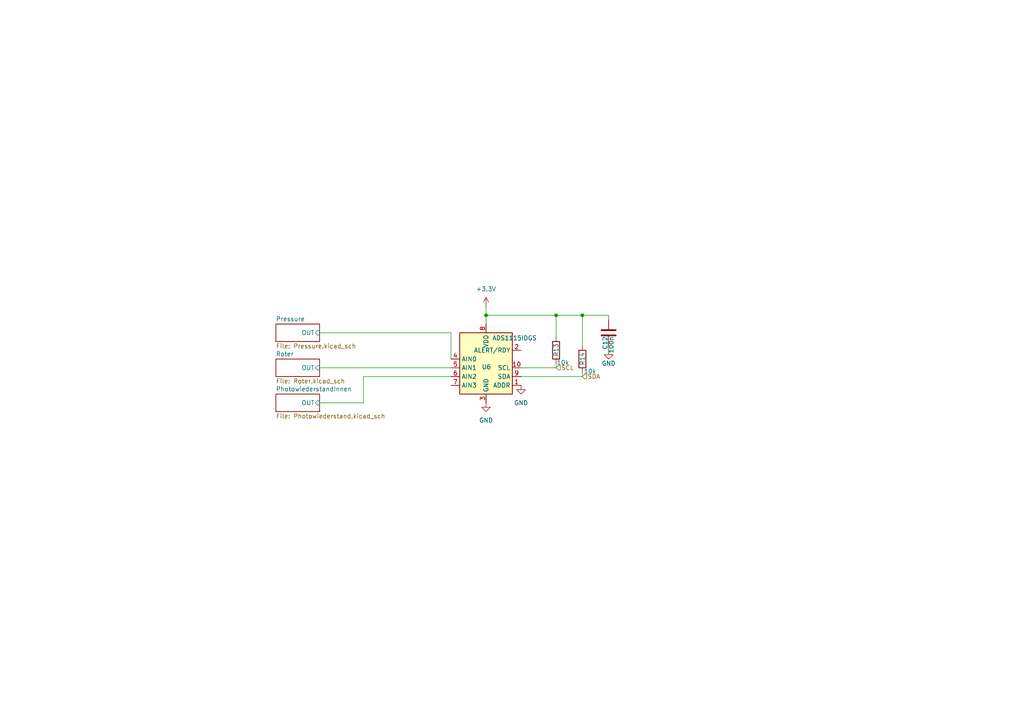
<source format=kicad_sch>
(kicad_sch (version 20250114) (generator "eeschema") (generator_version "9.0")
  (paper "A4")
  (title_block (date "2025-09-24") (company "Felix Pelster"))
  (lib_symbols
    (symbol "Analog_ADC:ADS1115IDGS"
      (property "Reference" "U" (at 2.54 13.97 0))
      (property "Value" "ADS1115IDGS" (at 7.62 11.43 0))
      (symbol "ADS1115IDGS_0_1"
        (rectangle (start -7.62 10.16) (end 7.62 -7.62) (stroke (width 0.254)) (fill (type background)))
      )
      (symbol "ADS1115IDGS_1_1"
        (pin input line (at -10.16 2.54 0) (length 2.54) (name "AIN0") (number "4"))
        (pin input line (at -10.16 0 0) (length 2.54) (name "AIN1") (number "5"))
        (pin input line (at -10.16 -2.54 0) (length 2.54) (name "AIN2") (number "6"))
        (pin input line (at -10.16 -5.08 0) (length 2.54) (name "AIN3") (number "7"))
        (pin power_in line (at 0 12.7 270) (length 2.54) (name "VDD") (number "8"))
        (pin power_in line (at 0 -10.16 90) (length 2.54) (name "GND") (number "3"))
        (pin output line (at 10.16 5.08 180) (length 2.54) (name "ALERT/RDY") (number "2"))
        (pin input line (at 10.16 0 180) (length 2.54) (name "SCL") (number "10"))
        (pin bidirectional line (at 10.16 -2.54 180) (length 2.54) (name "SDA") (number "9"))
        (pin input line (at 10.16 -5.08 180) (length 2.54) (name "ADDR") (number "1"))
      )
    )
    (symbol "Device:C" (pin_numbers (hide yes)) (pin_names (offset 0.254))
      (property "Reference" "C" (at 0.635 2.54 0))
      (property "Value" "C" (at 0.635 -2.54 0))
      (symbol "C_0_1"
        (polyline (pts (xy -2.032 0.762) (xy 2.032 0.762)) (stroke (width 0.508)))
        (polyline (pts (xy -2.032 -0.762) (xy 2.032 -0.762)) (stroke (width 0.508)))
      )
      (symbol "C_1_1"
        (pin passive line (at 0 3.81 270) (length 2.794) (name "~") (number "1"))
        (pin passive line (at 0 -3.81 90) (length 2.794) (name "~") (number "2"))
      )
    )
    (symbol "Device:R" (pin_numbers (hide yes)) (pin_names (offset 0))
      (property "Reference" "R" (at 2.032 0 90))
      (property "Value" "R" (at 0 0 90))
      (symbol "R_0_1"
        (rectangle (start -1.016 -2.54) (end 1.016 2.54) (stroke (width 0.254)))
      )
      (symbol "R_1_1"
        (pin passive line (at 0 3.81 270) (length 1.27) (name "~") (number "1"))
        (pin passive line (at 0 -3.81 90) (length 1.27) (name "~") (number "2"))
      )
    )
    (symbol "power:+3.3V" (power) (pin_numbers (hide yes)) (pin_names (offset 0) (hide yes))
      (property "Value" "+3.3V" (at 0 3.556 0))
      (symbol "+3.3V_0_1"
        (polyline (pts (xy -0.762 1.27) (xy 0 2.54)))
        (polyline (pts (xy 0 2.54) (xy 0.762 1.27)))
        (polyline (pts (xy 0 0) (xy 0 2.54)))
      )
      (symbol "+3.3V_1_1"
        (pin power_in line (at 0 0 90) (length 0) (name "~") (number "1"))
      )
    )
    (symbol "power:GND" (power) (pin_numbers (hide yes)) (pin_names (offset 0) (hide yes))
      (property "Value" "GND" (at 0 -3.81 0))
      (symbol "GND_0_1"
        (polyline (pts (xy 0 0) (xy 0 -1.27) (xy 1.27 -1.27) (xy 0 -2.54) (xy -1.27 -1.27) (xy 0 -1.27)))
      )
      (symbol "GND_1_1"
        (pin power_in line (at 0 0 270) (length 0) (name "~") (number "1"))
      )
    )
  )
  (junction (at 161.29 91.44))
  (junction (at 168.91 91.44))
  (junction (at 140.97 91.44))
  (wire (pts (xy 140.97 91.44) (xy 140.97 93.98)))
  (wire (pts (xy 92.71 106.68) (xy 130.81 106.68)))
  (wire (pts (xy 168.91 91.44) (xy 168.91 100.33)))
  (wire (pts (xy 168.91 109.22) (xy 168.91 107.95)))
  (wire (pts (xy 151.13 109.22) (xy 168.91 109.22)))
  (wire (pts (xy 130.81 96.52) (xy 130.81 104.14)))
  (wire (pts (xy 161.29 106.68) (xy 161.29 105.41)))
  (wire (pts (xy 161.29 91.44) (xy 168.91 91.44)))
  (wire (pts (xy 168.91 91.44) (xy 176.53 91.44)))
  (wire (pts (xy 92.71 96.52) (xy 130.81 96.52)))
  (wire (pts (xy 176.53 91.44) (xy 176.53 92.71)))
  (wire (pts (xy 105.41 109.22) (xy 105.41 116.84)))
  (wire (pts (xy 161.29 91.44) (xy 161.29 97.79)))
  (wire (pts (xy 151.13 106.68) (xy 161.29 106.68)))
  (wire (pts (xy 176.53 100.33) (xy 176.53 101.6)))
  (wire (pts (xy 140.97 91.44) (xy 161.29 91.44)))
  (wire (pts (xy 140.97 88.9) (xy 140.97 91.44)))
  (wire (pts (xy 105.41 116.84) (xy 92.71 116.84)))
  (wire (pts (xy 130.81 109.22) (xy 105.41 109.22)))
  (hierarchical_label "SCL" (shape input) (at 161.29 106.68 0))
  (hierarchical_label "SDA" (shape input) (at 168.91 109.22 0))
  (symbol (lib_id "Device:R") (at 161.29 101.6 180) (unit 1)
    (property "Reference" "R13" (at 161.29 99.568 90) (effects (justify left)))
    (property "Value" "10k" (at 165.1 105.156 0) (effects (justify left)))
    (property "Footprint" "Resistor_SMD:R_0603_1608Metric" (effects (hide yes)))
    (property "Description" "Resistor" (effects (hide yes)))
  )
  (symbol (lib_id "power:+3.3V") (at 140.97 88.9 0) (unit 1)
    (property "Reference" "#PWR055" (effects (hide yes)))
    (property "Value" "+3.3V" (at 140.97 83.82 0))
    (property "Description" "Power symbol creates a global label with name \"+3.3V\"" (effects (hide yes)))
  )
  (symbol (lib_id "Device:R") (at 168.91 104.14 180) (unit 1)
    (property "Reference" "R14" (at 168.91 102.108 90) (effects (justify left)))
    (property "Value" "10k" (at 172.974 107.696 0) (effects (justify left)))
    (property "Footprint" "Resistor_SMD:R_0603_1608Metric" (effects (hide yes)))
    (property "Description" "Resistor" (effects (hide yes)))
  )
  (symbol (lib_id "Analog_ADC:ADS1115IDGS") (at 140.97 106.68 0) (unit 1)
    (property "Reference" "U6" (at 139.7 106.426 0) (effects (justify left)))
    (property "Value" "ADS1115IDGS" (at 142.748 98.044 0) (effects (justify left)))
    (property "Footprint" "Package_SO:VSSOP-10_3x3mm_P0.5mm" (effects (hide yes)))
    (property "Datasheet" "http://www.ti.com/lit/ds/symlink/ads1113.pdf" (effects (hide yes)))
    (property "Description" "Ultra-Small, Low-Power, I2C-Compatible, 860-SPS, 16-Bit ADCs With Internal Reference, Oscillator, and Programmable Comparator, VSSOP-10" (effects (hide yes)))
  )
  (symbol (lib_id "Device:C") (at 176.53 96.52 180) (unit 1)
    (property "Reference" "C12" (at 175.514 97.536 90) (effects (justify left)))
    (property "Value" "100n" (at 177.292 97.536 90) (effects (justify left)))
    (property "Footprint" "Capacitor_SMD:C_0603_1608Metric" (effects (hide yes)))
    (property "Description" "Unpolarized capacitor" (effects (hide yes)))
  )
  (symbol (lib_id "power:GND") (at 140.97 116.84 0) (unit 1)
    (property "Reference" "#PWR056" (effects (hide yes)))
    (property "Value" "GND" (at 140.97 121.92 0))
    (property "Description" "Power symbol creates a global label with name \"GND\" , ground" (effects (hide yes)))
  )
  (symbol (lib_id "power:GND") (at 176.53 101.6 0) (unit 1)
    (property "Reference" "#PWR058" (effects (hide yes)))
    (property "Value" "GND" (at 176.53 105.41 0))
    (property "Description" "Power symbol creates a global label with name \"GND\" , ground" (effects (hide yes)))
  )
  (symbol (lib_id "power:GND") (at 151.13 111.76 0) (unit 1)
    (property "Reference" "#PWR057" (effects (hide yes)))
    (property "Value" "GND" (at 151.13 116.84 0))
    (property "Description" "Power symbol creates a global label with name \"GND\" , ground" (effects (hide yes)))
  )
  (sheet (at 80.01 93.98) (size 12.7 5.08) (stroke (width 0.1524))
    (property "Sheetname" "Pressure" (at 80.01 93.2684 0) (effects (justify left bottom)))
    (property "Sheetfile" "Pressure.kicad_sch" (at 80.01 99.6446 0) (effects (justify left top)))
    (pin "OUT" input (at 92.71 96.52 0))
  )
  (sheet (at 80.01 114.3) (size 12.7 5.08) (stroke (width 0.1524))
    (property "Sheetname" "PhotowiederstandInnen" (at 80.01 113.5884 0) (effects (justify left bottom)))
    (property "Sheetfile" "Photowiederstand.kicad_sch" (at 80.01 119.9646 0) (effects (justify left top)))
    (pin "OUT" input (at 92.71 116.84 0))
  )
  (sheet (at 80.01 104.14) (size 12.7 5.08) (stroke (width 0.1524))
    (property "Sheetname" "Roter" (at 80.01 103.4284 0) (effects (justify left bottom)))
    (property "Sheetfile" "Roter.kicad_sch" (at 80.01 109.8046 0) (effects (justify left top)))
    (pin "OUT" input (at 92.71 106.68 0))
  )
)
</source>
